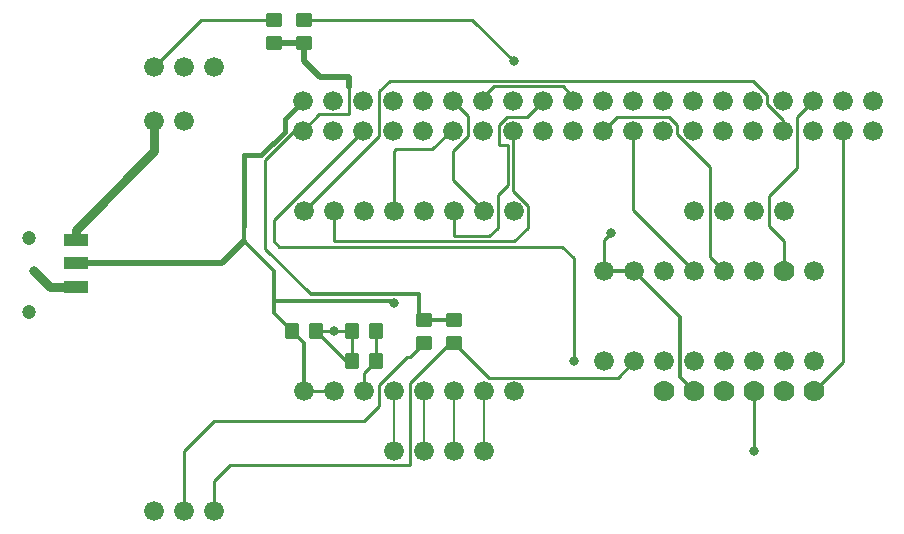
<source format=gbr>
%TF.GenerationSoftware,KiCad,Pcbnew,(6.0.7-1)-1*%
%TF.CreationDate,2022-09-15T19:16:24-07:00*%
%TF.ProjectId,KamiPCBv2,4b616d69-5043-4427-9632-2e6b69636164,rev?*%
%TF.SameCoordinates,Original*%
%TF.FileFunction,Copper,L1,Top*%
%TF.FilePolarity,Positive*%
%FSLAX46Y46*%
G04 Gerber Fmt 4.6, Leading zero omitted, Abs format (unit mm)*
G04 Created by KiCad (PCBNEW (6.0.7-1)-1) date 2022-09-15 19:16:24*
%MOMM*%
%LPD*%
G01*
G04 APERTURE LIST*
G04 Aperture macros list*
%AMRoundRect*
0 Rectangle with rounded corners*
0 $1 Rounding radius*
0 $2 $3 $4 $5 $6 $7 $8 $9 X,Y pos of 4 corners*
0 Add a 4 corners polygon primitive as box body*
4,1,4,$2,$3,$4,$5,$6,$7,$8,$9,$2,$3,0*
0 Add four circle primitives for the rounded corners*
1,1,$1+$1,$2,$3*
1,1,$1+$1,$4,$5*
1,1,$1+$1,$6,$7*
1,1,$1+$1,$8,$9*
0 Add four rect primitives between the rounded corners*
20,1,$1+$1,$2,$3,$4,$5,0*
20,1,$1+$1,$4,$5,$6,$7,0*
20,1,$1+$1,$6,$7,$8,$9,0*
20,1,$1+$1,$8,$9,$2,$3,0*%
G04 Aperture macros list end*
%TA.AperFunction,SMDPad,CuDef*%
%ADD10R,2.000000X1.000000*%
%TD*%
%TA.AperFunction,ComponentPad*%
%ADD11C,1.676400*%
%TD*%
%TA.AperFunction,ComponentPad*%
%ADD12C,1.200000*%
%TD*%
%TA.AperFunction,ComponentPad*%
%ADD13C,1.778000*%
%TD*%
%TA.AperFunction,SMDPad,CuDef*%
%ADD14RoundRect,0.250000X-0.350000X-0.450000X0.350000X-0.450000X0.350000X0.450000X-0.350000X0.450000X0*%
%TD*%
%TA.AperFunction,SMDPad,CuDef*%
%ADD15RoundRect,0.250000X-0.450000X0.350000X-0.450000X-0.350000X0.450000X-0.350000X0.450000X0.350000X0*%
%TD*%
%TA.AperFunction,SMDPad,CuDef*%
%ADD16RoundRect,0.250000X0.450000X-0.350000X0.450000X0.350000X-0.450000X0.350000X-0.450000X-0.350000X0*%
%TD*%
%TA.AperFunction,ViaPad*%
%ADD17C,0.800000*%
%TD*%
%TA.AperFunction,Conductor*%
%ADD18C,0.250000*%
%TD*%
%TA.AperFunction,Conductor*%
%ADD19C,0.350000*%
%TD*%
%TA.AperFunction,Conductor*%
%ADD20C,0.500000*%
%TD*%
%TA.AperFunction,Conductor*%
%ADD21C,0.406400*%
%TD*%
%TA.AperFunction,Conductor*%
%ADD22C,0.254000*%
%TD*%
%TA.AperFunction,Conductor*%
%ADD23C,0.750000*%
%TD*%
%TA.AperFunction,Conductor*%
%ADD24C,0.200000*%
%TD*%
G04 APERTURE END LIST*
D10*
%TO.P,,*%
%TO.N,*%
X105140000Y-104000000D03*
X105140000Y-108000000D03*
X105140000Y-106000000D03*
%TD*%
D11*
%TO.P,,*%
%TO.N,*%
X157480000Y-101600000D03*
%TD*%
%TO.P,,*%
%TO.N,*%
X160020000Y-101600000D03*
%TD*%
%TO.P,,*%
%TO.N,*%
X162560000Y-101600000D03*
%TD*%
%TO.P,,*%
%TO.N,*%
X165100000Y-101600000D03*
%TD*%
D12*
%TO.P,,*%
%TO.N,*%
X101140000Y-110125000D03*
%TD*%
%TO.P,,*%
%TO.N,*%
X101140000Y-103875000D03*
%TD*%
D11*
%TO.P,RPI1,1*%
%TO.N,3.3V*%
X124370757Y-94773271D03*
%TO.P,RPI1,2*%
%TO.N,5.0V*%
X124370757Y-92233271D03*
%TO.P,RPI1,3*%
%TO.N,SDA*%
X126910757Y-94773271D03*
%TO.P,RPI1,4*%
%TO.N,5.0V*%
X126910757Y-92233271D03*
%TO.P,RPI1,5*%
%TO.N,SCL*%
X129450757Y-94773271D03*
%TO.P,RPI1,6*%
%TO.N,GND*%
X129450757Y-92233271D03*
%TO.P,RPI1,7*%
%TO.N,GPIO4*%
X131990757Y-94773271D03*
%TO.P,RPI1,8*%
%TO.N,TXD*%
X131990757Y-92233271D03*
%TO.P,RPI1,9*%
%TO.N,GND*%
X134530757Y-94773271D03*
%TO.P,RPI1,10*%
%TO.N,RXD*%
X134530757Y-92233271D03*
%TO.P,RPI1,11*%
%TO.N,GPIO17*%
X137070757Y-94773271D03*
%TO.P,RPI1,12*%
%TO.N,GPIO18*%
X137070757Y-92233271D03*
%TO.P,RPI1,13*%
%TO.N,GPIO27*%
X139610757Y-94773271D03*
%TO.P,RPI1,14*%
%TO.N,GND*%
X139610757Y-92233271D03*
%TO.P,RPI1,15*%
%TO.N,GPIO22*%
X142150757Y-94773271D03*
%TO.P,RPI1,16*%
%TO.N,GPIO23*%
X142150757Y-92233271D03*
%TO.P,RPI1,17*%
%TO.N,3.3V*%
X144690757Y-94773271D03*
%TO.P,RPI1,18*%
%TO.N,GPIO24*%
X144690757Y-92233271D03*
%TO.P,RPI1,19*%
%TO.N,SPI_MOSI*%
X147230757Y-94773271D03*
%TO.P,RPI1,20*%
%TO.N,GND*%
X147230757Y-92233271D03*
%TO.P,RPI1,21*%
%TO.N,SPI_MISO*%
X149770757Y-94773271D03*
%TO.P,RPI1,22*%
%TO.N,GPIO25*%
X149770757Y-92233271D03*
%TO.P,RPI1,23*%
%TO.N,SPI_SCLK*%
X152310757Y-94773271D03*
%TO.P,RPI1,24*%
%TO.N,SPI_CE0*%
X152310757Y-92233271D03*
%TO.P,RPI1,25*%
%TO.N,GND*%
X154850757Y-94773271D03*
%TO.P,RPI1,26*%
%TO.N,SPI_CE1*%
X154850757Y-92233271D03*
%TO.P,RPI1,27*%
%TO.N,EEDATA*%
X157390757Y-94773271D03*
%TO.P,RPI1,28*%
%TO.N,EECLK*%
X157390757Y-92233271D03*
%TO.P,RPI1,29*%
%TO.N,GPIO5*%
X159930757Y-94773271D03*
%TO.P,RPI1,30*%
%TO.N,GND*%
X159930757Y-92233271D03*
%TO.P,RPI1,31*%
%TO.N,GPIO6*%
X162470757Y-94773271D03*
%TO.P,RPI1,32*%
%TO.N,GPIO12*%
X162470757Y-92233271D03*
%TO.P,RPI1,33*%
%TO.N,GPIO13*%
X165010757Y-94773271D03*
%TO.P,RPI1,34*%
%TO.N,GND*%
X165010757Y-92233271D03*
%TO.P,RPI1,35*%
%TO.N,GPIO19*%
X167550757Y-94773271D03*
%TO.P,RPI1,36*%
%TO.N,GPIO16*%
X167550757Y-92233271D03*
%TO.P,RPI1,37*%
%TO.N,GPIO26*%
X170090757Y-94773271D03*
%TO.P,RPI1,38*%
%TO.N,GPIO20*%
X170090757Y-92233271D03*
%TO.P,RPI1,39*%
%TO.N,GND*%
X172630757Y-94773271D03*
%TO.P,RPI1,40*%
%TO.N,GPIO21*%
X172630757Y-92233271D03*
%TD*%
D13*
%TO.P,,*%
%TO.N,GPIO26*%
X167640000Y-116840000D03*
%TD*%
%TO.P,,*%
%TO.N,5.0V*%
X154940000Y-116840000D03*
%TD*%
%TO.P,,*%
%TO.N,GND*%
X160020000Y-116840000D03*
%TD*%
%TO.P,,*%
%TO.N,SDA*%
X165100000Y-116840000D03*
%TD*%
D11*
%TO.P,,*%
%TO.N,CH0*%
X149860000Y-114300000D03*
%TD*%
%TO.P,,11*%
%TO.N,GPIO24*%
X137160000Y-101600000D03*
%TD*%
D14*
%TO.P,,*%
%TO.N,CH0*%
X125460000Y-111760000D03*
%TO.N,5.0V*%
X123460000Y-111760000D03*
%TD*%
D11*
%TO.P,,13*%
%TO.N,GPIO17*%
X132080000Y-101600000D03*
%TD*%
D15*
%TO.P,,*%
%TO.N,CH2*%
X124460000Y-85360000D03*
%TO.N,3.3V*%
X124460000Y-87360000D03*
%TD*%
D11*
%TO.P,,*%
%TO.N,CH1*%
X152400000Y-114300000D03*
%TD*%
%TO.P,,*%
%TO.N,3.3V*%
X149860000Y-106680000D03*
%TD*%
D13*
%TO.P,,*%
%TO.N,GPIO16*%
X165100000Y-106680000D03*
%TD*%
D11*
%TO.P,,*%
%TO.N,CH2*%
X114300000Y-89360000D03*
%TD*%
%TO.P,,*%
%TO.N,CH2*%
X154940000Y-114300000D03*
%TD*%
%TO.P,,*%
%TO.N,M2+*%
X137160000Y-116840000D03*
%TD*%
%TO.P,,CH3*%
%TO.N,N/C*%
X157480000Y-114300000D03*
%TD*%
%TO.P,,6*%
%TO.N,GND*%
X129540000Y-116840000D03*
%TD*%
%TO.P,,*%
%TO.N,M2+*%
X137160000Y-121920000D03*
%TD*%
%TO.P,,*%
%TO.N,M1-*%
X134620000Y-121920000D03*
%TD*%
%TO.P,,15*%
%TO.N,GPIO22*%
X127000000Y-101600000D03*
%TD*%
%TO.P,,8*%
%TO.N,5.0V*%
X124460000Y-116840000D03*
%TD*%
%TO.P,,14*%
%TO.N,GPIO27*%
X129540000Y-101600000D03*
%TD*%
%TO.P,,*%
%TO.N,GND*%
X167640000Y-106680000D03*
%TD*%
%TO.P,,*%
%TO.N,AN2*%
X111760000Y-89360000D03*
%TD*%
%TO.P,,*%
%TO.N,GND*%
X154940000Y-106680000D03*
%TD*%
D14*
%TO.P,,*%
%TO.N,CH0*%
X128540000Y-111760000D03*
%TO.N,GND*%
X130540000Y-111760000D03*
%TD*%
D16*
%TO.P,,*%
%TO.N,AN1*%
X134620000Y-112760000D03*
%TO.N,3.3V*%
X134620000Y-110760000D03*
%TD*%
D11*
%TO.P,,*%
%TO.N,M2-*%
X139700000Y-121920000D03*
%TD*%
%TO.P,,*%
%TO.N,CHRGR*%
X111760000Y-93980000D03*
%TD*%
%TO.P,,10*%
%TO.N,GPIO18*%
X139700000Y-101600000D03*
%TD*%
%TO.P,,16*%
%TO.N,GPIO13*%
X124460000Y-101600000D03*
%TD*%
%TO.P,,CH6*%
%TO.N,N/C*%
X165100000Y-114300000D03*
%TD*%
%TO.P,,*%
%TO.N,SPI_MISO*%
X160020000Y-106680000D03*
%TD*%
%TO.P,,*%
%TO.N,AN1*%
X114300000Y-127000000D03*
%TD*%
%TO.P,,*%
%TO.N,GND*%
X111760000Y-127000000D03*
%TD*%
%TO.P,,*%
%TO.N,3.3V*%
X152400000Y-106680000D03*
%TD*%
%TO.P,,CH4*%
%TO.N,N/C*%
X160020000Y-114300000D03*
%TD*%
%TO.P,,*%
%TO.N,M2-*%
X139700000Y-116840000D03*
%TD*%
%TO.P,,CH7*%
%TO.N,N/C*%
X167640000Y-114300000D03*
%TD*%
%TO.P,,*%
%TO.N,M1-*%
X134620000Y-116840000D03*
%TD*%
%TO.P,,*%
%TO.N,SPI_MOSI*%
X162560000Y-106680000D03*
%TD*%
%TO.P,,9*%
%TO.N,GND*%
X142240000Y-101600000D03*
%TD*%
D16*
%TO.P,,*%
%TO.N,3.3V*%
X137160000Y-110760000D03*
%TO.N,CH1*%
X137160000Y-112760000D03*
%TD*%
D11*
%TO.P,,1*%
%TO.N,GND*%
X142240000Y-116840000D03*
%TD*%
%TO.P,,CH5*%
%TO.N,N/C*%
X162560000Y-114300000D03*
%TD*%
D13*
%TO.P,,*%
%TO.N,3.3V*%
X157480000Y-116840000D03*
%TD*%
D11*
%TO.P,,12*%
%TO.N,GPIO23*%
X134620000Y-101600000D03*
%TD*%
D14*
%TO.P,,*%
%TO.N,CH0*%
X128540000Y-114300000D03*
%TO.N,GND*%
X130540000Y-114300000D03*
%TD*%
D11*
%TO.P,,7*%
%TO.N,5.0V*%
X127000000Y-116840000D03*
%TD*%
D13*
%TO.P,,*%
%TO.N,SCL*%
X162560000Y-116840000D03*
%TD*%
D11*
%TO.P,,*%
%TO.N,M1+*%
X132080000Y-121920000D03*
%TD*%
%TO.P,,*%
%TO.N,M1+*%
X132080000Y-116840000D03*
%TD*%
%TO.P,,*%
%TO.N,GND*%
X116840000Y-89360000D03*
%TD*%
%TO.P,,*%
%TO.N,SPI_SCLK*%
X157480000Y-106680000D03*
%TD*%
%TO.P,,*%
%TO.N,CH1*%
X116840000Y-127000000D03*
%TD*%
%TO.P,,*%
%TO.N,GND*%
X114300000Y-93980000D03*
%TD*%
D15*
%TO.P,,*%
%TO.N,AN2*%
X121920000Y-85360000D03*
%TO.N,3.3V*%
X121920000Y-87360000D03*
%TD*%
D17*
%TO.N,SCL*%
X162560000Y-121920000D03*
%TO.N,5.0V*%
X132080000Y-109397000D03*
%TO.N,3.3V*%
X150480000Y-103440000D03*
%TO.N,SCL*%
X147320000Y-114300000D03*
%TO.N,CH2*%
X142240000Y-88900000D03*
%TO.N,CH0*%
X127000000Y-111760000D03*
%TO.N,Batt+*%
X101600000Y-106680000D03*
%TD*%
D18*
%TO.N,AN1*%
X114300000Y-121920000D02*
X114300000Y-127000000D01*
%TO.N,CH1*%
X133456800Y-123083200D02*
X118216800Y-123083200D01*
X118216800Y-123083200D02*
X116840000Y-124460000D01*
X116840000Y-124460000D02*
X116840000Y-127000000D01*
%TO.N,GPIO26*%
X170090757Y-114389243D02*
X167640000Y-116840000D01*
X170090757Y-94773271D02*
X170090757Y-114389243D01*
%TO.N,SCL*%
X162560000Y-121920000D02*
X162560000Y-116840000D01*
X147320000Y-114300000D02*
X147320000Y-105583243D01*
X146328757Y-104592000D02*
X122372000Y-104592000D01*
X121920000Y-104140000D02*
X121920000Y-102304028D01*
X122372000Y-104592000D02*
X121920000Y-104140000D01*
X147320000Y-105583243D02*
X146328757Y-104592000D01*
X121920000Y-102304028D02*
X129450757Y-94773271D01*
D19*
%TO.N,3.3V*%
X152400000Y-106680000D02*
X156266800Y-110546800D01*
X156266800Y-110546800D02*
X156266800Y-115626800D01*
X156266800Y-115626800D02*
X157480000Y-116840000D01*
%TO.N,5.0V*%
X121920000Y-109220000D02*
X131903000Y-109220000D01*
X131903000Y-109220000D02*
X132080000Y-109397000D01*
X121920000Y-109220000D02*
X121920000Y-110220000D01*
X121920000Y-106680000D02*
X121920000Y-109220000D01*
D18*
%TO.N,3.3V*%
X150480000Y-103440000D02*
X149860000Y-104060000D01*
X149860000Y-104060000D02*
X149860000Y-106680000D01*
D20*
%TO.N,5.0V*%
X117520000Y-106000000D02*
X105140000Y-106000000D01*
D19*
X119380000Y-104140000D02*
X121920000Y-106680000D01*
D20*
X117520000Y-106000000D02*
X119380000Y-104140000D01*
D21*
X122803957Y-94854820D02*
X120852306Y-96806471D01*
D19*
X124460000Y-112760000D02*
X124460000Y-116840000D01*
D21*
X119380000Y-96806471D02*
X119380000Y-102870000D01*
D19*
X123460000Y-111760000D02*
X124460000Y-112760000D01*
D21*
X122803957Y-93800071D02*
X122803957Y-94854820D01*
D18*
X127000000Y-116840000D02*
X124460000Y-116840000D01*
D21*
X124370757Y-92233271D02*
X122803957Y-93800071D01*
X120852306Y-96806471D02*
X119380000Y-96806471D01*
D19*
X119380000Y-104140000D02*
X119380000Y-102870000D01*
X121920000Y-110220000D02*
X123460000Y-111760000D01*
D18*
%TO.N,SDA*%
X165546856Y-101600000D02*
X165100000Y-101600000D01*
D22*
%TO.N,GPIO17*%
X135304757Y-96338271D02*
X136869757Y-94773271D01*
X132077514Y-96517514D02*
X132080000Y-96520000D01*
X132080000Y-96520000D02*
X132080000Y-101600000D01*
X132077514Y-96517514D02*
X132256757Y-96338271D01*
X136869757Y-94773271D02*
X137070757Y-94773271D01*
X132256757Y-96338271D02*
X135304757Y-96338271D01*
%TO.N,GPIO22*%
X127000000Y-104140000D02*
X142240000Y-104140000D01*
X142150757Y-99858389D02*
X142150757Y-94773271D01*
X127000000Y-101600000D02*
X127000000Y-104140000D01*
X142240000Y-104140000D02*
X143408400Y-102971600D01*
X143408400Y-101116032D02*
X142150757Y-99858389D01*
X143408400Y-102971600D02*
X143408400Y-101116032D01*
D18*
%TO.N,SPI_MISO*%
X158806000Y-97846000D02*
X156013957Y-95053957D01*
X155332571Y-93610071D02*
X150933957Y-93610071D01*
X158806000Y-105466000D02*
X158806000Y-97846000D01*
X156013957Y-94291457D02*
X155332571Y-93610071D01*
X150933957Y-93610071D02*
X149770757Y-94773271D01*
X160020000Y-106680000D02*
X158806000Y-105466000D01*
X156013957Y-95053957D02*
X156013957Y-94291457D01*
%TO.N,SPI_SCLK*%
X152310757Y-101510757D02*
X157480000Y-106680000D01*
X152310757Y-94773271D02*
X152310757Y-101510757D01*
D22*
%TO.N,GPIO13*%
X162436925Y-90547071D02*
X131715286Y-90547071D01*
X130822357Y-91440000D02*
X130822357Y-95237643D01*
X165010757Y-94773271D02*
X165010757Y-93890757D01*
X163639157Y-91749303D02*
X162436925Y-90547071D01*
X130822357Y-95237643D02*
X124460000Y-101600000D01*
X163639157Y-92519157D02*
X163639157Y-91749303D01*
X165010757Y-93890757D02*
X163639157Y-92519157D01*
X131715286Y-90547071D02*
X130822357Y-91440000D01*
D19*
%TO.N,3.3V*%
X134217500Y-110357500D02*
X134620000Y-110760000D01*
D18*
X125747557Y-93396471D02*
X128223934Y-93396471D01*
X124370757Y-94773271D02*
X123632494Y-94773271D01*
D19*
X134620000Y-110760000D02*
X137160000Y-110760000D01*
D18*
X123632494Y-94773271D02*
X121169441Y-97236324D01*
X124370757Y-94773271D02*
X125747557Y-93396471D01*
D20*
X125776066Y-90216066D02*
X128223934Y-90216066D01*
D19*
X134217500Y-108622500D02*
X134217500Y-110357500D01*
X125033752Y-108622500D02*
X130137500Y-108622500D01*
D20*
X125776066Y-90216066D02*
X124460000Y-88900000D01*
D19*
X149860000Y-106680000D02*
X152400000Y-106680000D01*
D18*
X128223934Y-93396471D02*
X128223934Y-91070071D01*
D20*
X124460000Y-88900000D02*
X124460000Y-87360000D01*
D19*
X130137500Y-108622500D02*
X134217500Y-108622500D01*
D18*
X121169441Y-97236324D02*
X121169441Y-104758189D01*
D20*
X128223934Y-90216066D02*
X128223934Y-91070071D01*
D18*
X121169441Y-104758189D02*
X125033752Y-108622500D01*
D20*
X124460000Y-87360000D02*
X121920000Y-87360000D01*
D18*
%TO.N,GND*%
X129540000Y-115300000D02*
X129540000Y-116840000D01*
D22*
X146353757Y-91004271D02*
X147230757Y-91881271D01*
X147230757Y-91881271D02*
X147230757Y-92233271D01*
D18*
X130540000Y-114300000D02*
X129540000Y-115300000D01*
D22*
X139610757Y-91905271D02*
X140511757Y-91004271D01*
X140511757Y-91004271D02*
X146353757Y-91004271D01*
X139610757Y-92233271D02*
X139610757Y-91905271D01*
D18*
X130540000Y-111760000D02*
X130540000Y-114300000D01*
D22*
%TO.N,GPIO18*%
X139700000Y-101600000D02*
X137082757Y-98982757D01*
X138352757Y-95195271D02*
X138352757Y-93515271D01*
X137082757Y-98982757D02*
X137082757Y-96465271D01*
X137082757Y-96465271D02*
X138352757Y-95195271D01*
X138352757Y-93515271D02*
X137070757Y-92233271D01*
%TO.N,GPIO24*%
X141693557Y-99403243D02*
X140868400Y-100228400D01*
X137160000Y-103682800D02*
X137160000Y-101600000D01*
X140952917Y-95971111D02*
X141691111Y-95971111D01*
X143348597Y-93575431D02*
X141654595Y-93575431D01*
X137160000Y-103682800D02*
X140157200Y-103682800D01*
X140952917Y-94277109D02*
X140952917Y-95971111D01*
X140868400Y-100228400D02*
X140868400Y-102971600D01*
X141693557Y-95973557D02*
X141693557Y-99403243D01*
X141691111Y-95971111D02*
X141693557Y-95973557D01*
X140868400Y-102971600D02*
X140157200Y-103682800D01*
X141654595Y-93575431D02*
X140952917Y-94277109D01*
X144690757Y-92233271D02*
X143348597Y-93575431D01*
D18*
%TO.N,GPIO16*%
X166205768Y-93578260D02*
X166205768Y-97962788D01*
X166205768Y-97962788D02*
X163834278Y-100334278D01*
X167550757Y-92233271D02*
X166205768Y-93578260D01*
X163834278Y-100334278D02*
X163834278Y-102874278D01*
X165100000Y-104140000D02*
X165100000Y-106680000D01*
X163834278Y-102874278D02*
X165100000Y-104140000D01*
%TO.N,AN1*%
X133456800Y-113923200D02*
X133206798Y-113923200D01*
X130814278Y-118105722D02*
X129540000Y-119380000D01*
X133206798Y-113923200D02*
X130814278Y-116315720D01*
X130814278Y-116315720D02*
X130814278Y-118105722D01*
X134620000Y-112760000D02*
X133456800Y-113923200D01*
X116840000Y-119380000D02*
X114300000Y-121920000D01*
X129540000Y-119380000D02*
X116840000Y-119380000D01*
%TO.N,AN2*%
X121920000Y-85360000D02*
X115760000Y-85360000D01*
X115760000Y-85360000D02*
X111760000Y-89360000D01*
%TO.N,CH1*%
X151023200Y-115676800D02*
X152400000Y-114300000D01*
X137160000Y-112760000D02*
X136841386Y-112760000D01*
X133456800Y-116144586D02*
X133456800Y-123083200D01*
X136841386Y-112760000D02*
X133456800Y-116144586D01*
X140076800Y-115676800D02*
X151023200Y-115676800D01*
X137160000Y-112760000D02*
X140076800Y-115676800D01*
%TO.N,CH2*%
X138700000Y-85360000D02*
X142240000Y-88900000D01*
X124460000Y-85360000D02*
X138700000Y-85360000D01*
%TO.N,CH0*%
X128540000Y-114300000D02*
X128540000Y-111760000D01*
X125460000Y-111760000D02*
X128000000Y-114300000D01*
X128000000Y-114300000D02*
X128540000Y-114300000D01*
X127000000Y-111760000D02*
X128540000Y-111760000D01*
X127000000Y-111760000D02*
X125460000Y-111760000D01*
D23*
%TO.N,CHRGR*%
X111760000Y-93980000D02*
X111760000Y-96520000D01*
X105140000Y-103140000D02*
X105140000Y-104000000D01*
X111760000Y-96520000D02*
X105140000Y-103140000D01*
D24*
%TO.N,M1+*%
X132080000Y-121920000D02*
X132080000Y-116840000D01*
%TO.N,M1-*%
X134620000Y-121920000D02*
X134620000Y-116840000D01*
%TO.N,M2+*%
X137160000Y-121920000D02*
X137160000Y-116840000D01*
%TO.N,M2-*%
X139700000Y-121920000D02*
X139700000Y-116840000D01*
D23*
%TO.N,Batt+*%
X105140000Y-108000000D02*
X102920000Y-108000000D01*
X102920000Y-108000000D02*
X101600000Y-106680000D01*
%TD*%
M02*

</source>
